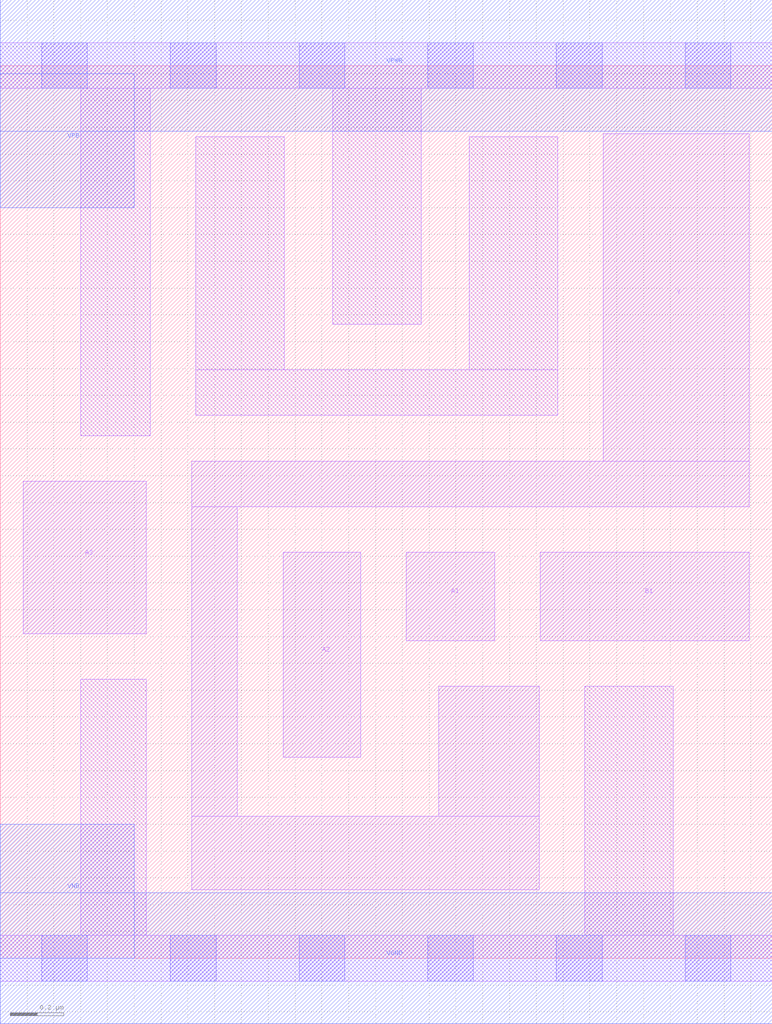
<source format=lef>
# Copyright 2020 The SkyWater PDK Authors
#
# Licensed under the Apache License, Version 2.0 (the "License");
# you may not use this file except in compliance with the License.
# You may obtain a copy of the License at
#
#     https://www.apache.org/licenses/LICENSE-2.0
#
# Unless required by applicable law or agreed to in writing, software
# distributed under the License is distributed on an "AS IS" BASIS,
# WITHOUT WARRANTIES OR CONDITIONS OF ANY KIND, either express or implied.
# See the License for the specific language governing permissions and
# limitations under the License.
#
# SPDX-License-Identifier: Apache-2.0

VERSION 5.5 ;
NAMESCASESENSITIVE ON ;
BUSBITCHARS "[]" ;
DIVIDERCHAR "/" ;
MACRO sky130_fd_sc_lp__a31oi_1
  CLASS CORE ;
  SOURCE USER ;
  ORIGIN  0.000000  0.000000 ;
  SIZE  2.880000 BY  3.330000 ;
  SYMMETRY X Y R90 ;
  SITE unit ;
  PIN A1
    ANTENNAGATEAREA  0.315000 ;
    DIRECTION INPUT ;
    USE SIGNAL ;
    PORT
      LAYER li1 ;
        RECT 1.515000 1.185000 1.845000 1.515000 ;
    END
  END A1
  PIN A2
    ANTENNAGATEAREA  0.315000 ;
    DIRECTION INPUT ;
    USE SIGNAL ;
    PORT
      LAYER li1 ;
        RECT 1.055000 0.750000 1.345000 1.515000 ;
    END
  END A2
  PIN A3
    ANTENNAGATEAREA  0.315000 ;
    DIRECTION INPUT ;
    USE SIGNAL ;
    PORT
      LAYER li1 ;
        RECT 0.085000 1.210000 0.545000 1.780000 ;
    END
  END A3
  PIN B1
    ANTENNAGATEAREA  0.315000 ;
    DIRECTION INPUT ;
    USE SIGNAL ;
    PORT
      LAYER li1 ;
        RECT 2.015000 1.185000 2.795000 1.515000 ;
    END
  END B1
  PIN Y
    ANTENNADIFFAREA  0.762300 ;
    DIRECTION OUTPUT ;
    USE SIGNAL ;
    PORT
      LAYER li1 ;
        RECT 0.715000 0.255000 2.010000 0.530000 ;
        RECT 0.715000 0.530000 0.885000 1.685000 ;
        RECT 0.715000 1.685000 2.795000 1.855000 ;
        RECT 1.635000 0.530000 2.010000 1.015000 ;
        RECT 2.250000 1.855000 2.795000 3.075000 ;
    END
  END Y
  PIN VGND
    DIRECTION INOUT ;
    USE GROUND ;
    PORT
      LAYER met1 ;
        RECT 0.000000 -0.245000 2.880000 0.245000 ;
    END
  END VGND
  PIN VNB
    DIRECTION INOUT ;
    USE GROUND ;
    PORT
      LAYER met1 ;
        RECT 0.000000 0.000000 0.500000 0.500000 ;
    END
  END VNB
  PIN VPB
    DIRECTION INOUT ;
    USE POWER ;
    PORT
      LAYER met1 ;
        RECT 0.000000 2.800000 0.500000 3.300000 ;
    END
  END VPB
  PIN VPWR
    DIRECTION INOUT ;
    USE POWER ;
    PORT
      LAYER met1 ;
        RECT 0.000000 3.085000 2.880000 3.575000 ;
    END
  END VPWR
  OBS
    LAYER li1 ;
      RECT 0.000000 -0.085000 2.880000 0.085000 ;
      RECT 0.000000  3.245000 2.880000 3.415000 ;
      RECT 0.300000  0.085000 0.545000 1.040000 ;
      RECT 0.300000  1.950000 0.560000 3.245000 ;
      RECT 0.730000  2.025000 2.080000 2.195000 ;
      RECT 0.730000  2.195000 1.060000 3.065000 ;
      RECT 1.240000  2.365000 1.570000 3.245000 ;
      RECT 1.750000  2.195000 2.080000 3.065000 ;
      RECT 2.180000  0.085000 2.510000 1.015000 ;
    LAYER mcon ;
      RECT 0.155000 -0.085000 0.325000 0.085000 ;
      RECT 0.155000  3.245000 0.325000 3.415000 ;
      RECT 0.635000 -0.085000 0.805000 0.085000 ;
      RECT 0.635000  3.245000 0.805000 3.415000 ;
      RECT 1.115000 -0.085000 1.285000 0.085000 ;
      RECT 1.115000  3.245000 1.285000 3.415000 ;
      RECT 1.595000 -0.085000 1.765000 0.085000 ;
      RECT 1.595000  3.245000 1.765000 3.415000 ;
      RECT 2.075000 -0.085000 2.245000 0.085000 ;
      RECT 2.075000  3.245000 2.245000 3.415000 ;
      RECT 2.555000 -0.085000 2.725000 0.085000 ;
      RECT 2.555000  3.245000 2.725000 3.415000 ;
  END
END sky130_fd_sc_lp__a31oi_1
END LIBRARY

</source>
